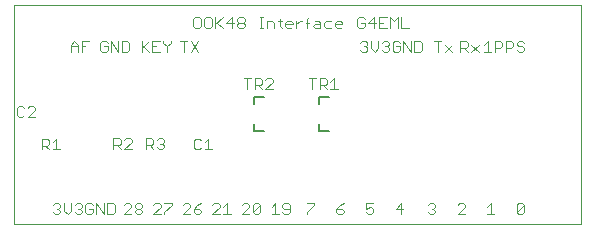
<source format=gto>
G75*
%MOIN*%
%OFA0B0*%
%FSLAX25Y25*%
%IPPOS*%
%LPD*%
%AMOC8*
5,1,8,0,0,1.08239X$1,22.5*
%
%ADD10C,0.00000*%
%ADD11C,0.00300*%
%ADD12C,0.00600*%
D10*
X0001610Y0001000D02*
X0190586Y0001000D01*
X0190586Y0073835D01*
X0001610Y0073835D01*
X0001610Y0001000D01*
D11*
X0014555Y0004709D02*
X0015162Y0004103D01*
X0016375Y0004103D01*
X0016982Y0004709D01*
X0016982Y0005316D01*
X0016375Y0005923D01*
X0015768Y0005923D01*
X0016375Y0005923D02*
X0016982Y0006529D01*
X0016982Y0007136D01*
X0016375Y0007743D01*
X0015162Y0007743D01*
X0014555Y0007136D01*
X0018180Y0007743D02*
X0018180Y0005316D01*
X0019394Y0004103D01*
X0020607Y0005316D01*
X0020607Y0007743D01*
X0021805Y0007136D02*
X0022412Y0007743D01*
X0023625Y0007743D01*
X0024232Y0007136D01*
X0024232Y0006529D01*
X0023625Y0005923D01*
X0024232Y0005316D01*
X0024232Y0004709D01*
X0023625Y0004103D01*
X0022412Y0004103D01*
X0021805Y0004709D01*
X0023019Y0005923D02*
X0023625Y0005923D01*
X0025382Y0007136D02*
X0025382Y0004709D01*
X0025989Y0004103D01*
X0027202Y0004103D01*
X0027809Y0004709D01*
X0027809Y0005923D01*
X0026595Y0005923D01*
X0025382Y0007136D02*
X0025989Y0007743D01*
X0027202Y0007743D01*
X0027809Y0007136D01*
X0029007Y0007743D02*
X0031434Y0004103D01*
X0031434Y0007743D01*
X0032632Y0007743D02*
X0034452Y0007743D01*
X0035059Y0007136D01*
X0035059Y0004709D01*
X0034452Y0004103D01*
X0032632Y0004103D01*
X0032632Y0007743D01*
X0029007Y0007743D02*
X0029007Y0004103D01*
X0038177Y0004103D02*
X0040604Y0006529D01*
X0040604Y0007136D01*
X0039997Y0007743D01*
X0038784Y0007743D01*
X0038177Y0007136D01*
X0041802Y0007136D02*
X0041802Y0006529D01*
X0042409Y0005923D01*
X0043622Y0005923D01*
X0044229Y0005316D01*
X0044229Y0004709D01*
X0043622Y0004103D01*
X0042409Y0004103D01*
X0041802Y0004709D01*
X0041802Y0005316D01*
X0042409Y0005923D01*
X0043622Y0005923D02*
X0044229Y0006529D01*
X0044229Y0007136D01*
X0043622Y0007743D01*
X0042409Y0007743D01*
X0041802Y0007136D01*
X0040604Y0004103D02*
X0038177Y0004103D01*
X0048020Y0004103D02*
X0050446Y0006529D01*
X0050446Y0007136D01*
X0049840Y0007743D01*
X0048626Y0007743D01*
X0048020Y0007136D01*
X0051645Y0007743D02*
X0054072Y0007743D01*
X0054072Y0007136D01*
X0051645Y0004709D01*
X0051645Y0004103D01*
X0050446Y0004103D02*
X0048020Y0004103D01*
X0057862Y0004103D02*
X0060289Y0006529D01*
X0060289Y0007136D01*
X0059682Y0007743D01*
X0058469Y0007743D01*
X0057862Y0007136D01*
X0061487Y0005923D02*
X0063307Y0005923D01*
X0063914Y0005316D01*
X0063914Y0004709D01*
X0063307Y0004103D01*
X0062094Y0004103D01*
X0061487Y0004709D01*
X0061487Y0005923D01*
X0062701Y0007136D01*
X0063914Y0007743D01*
X0067705Y0007136D02*
X0068311Y0007743D01*
X0069525Y0007743D01*
X0070131Y0007136D01*
X0070131Y0006529D01*
X0067705Y0004103D01*
X0070131Y0004103D01*
X0071330Y0004103D02*
X0073757Y0004103D01*
X0072543Y0004103D02*
X0072543Y0007743D01*
X0071330Y0006529D01*
X0077547Y0007136D02*
X0078154Y0007743D01*
X0079367Y0007743D01*
X0079974Y0007136D01*
X0079974Y0006529D01*
X0077547Y0004103D01*
X0079974Y0004103D01*
X0081172Y0004709D02*
X0083599Y0007136D01*
X0083599Y0004709D01*
X0082992Y0004103D01*
X0081779Y0004103D01*
X0081172Y0004709D01*
X0081172Y0007136D01*
X0081779Y0007743D01*
X0082992Y0007743D01*
X0083599Y0007136D01*
X0087390Y0006529D02*
X0088603Y0007743D01*
X0088603Y0004103D01*
X0087390Y0004103D02*
X0089817Y0004103D01*
X0091015Y0004709D02*
X0091622Y0004103D01*
X0092835Y0004103D01*
X0093442Y0004709D01*
X0093442Y0007136D01*
X0092835Y0007743D01*
X0091622Y0007743D01*
X0091015Y0007136D01*
X0091015Y0006529D01*
X0091622Y0005923D01*
X0093442Y0005923D01*
X0099201Y0004709D02*
X0099201Y0004103D01*
X0099201Y0004709D02*
X0101628Y0007136D01*
X0101628Y0007743D01*
X0099201Y0007743D01*
X0109043Y0005923D02*
X0109043Y0004709D01*
X0109650Y0004103D01*
X0110863Y0004103D01*
X0111470Y0004709D01*
X0111470Y0005316D01*
X0110863Y0005923D01*
X0109043Y0005923D01*
X0110257Y0007136D01*
X0111470Y0007743D01*
X0118886Y0007743D02*
X0118886Y0005923D01*
X0120099Y0006529D01*
X0120706Y0006529D01*
X0121313Y0005923D01*
X0121313Y0004709D01*
X0120706Y0004103D01*
X0119493Y0004103D01*
X0118886Y0004709D01*
X0118886Y0007743D02*
X0121313Y0007743D01*
X0128728Y0005923D02*
X0131155Y0005923D01*
X0130548Y0007743D02*
X0128728Y0005923D01*
X0130548Y0004103D02*
X0130548Y0007743D01*
X0139555Y0007136D02*
X0140162Y0007743D01*
X0141375Y0007743D01*
X0141982Y0007136D01*
X0141982Y0006529D01*
X0141375Y0005923D01*
X0141982Y0005316D01*
X0141982Y0004709D01*
X0141375Y0004103D01*
X0140162Y0004103D01*
X0139555Y0004709D01*
X0140768Y0005923D02*
X0141375Y0005923D01*
X0149398Y0007136D02*
X0150004Y0007743D01*
X0151218Y0007743D01*
X0151824Y0007136D01*
X0151824Y0006529D01*
X0149398Y0004103D01*
X0151824Y0004103D01*
X0159240Y0004103D02*
X0161667Y0004103D01*
X0160454Y0004103D02*
X0160454Y0007743D01*
X0159240Y0006529D01*
X0169083Y0007136D02*
X0169083Y0004709D01*
X0171509Y0007136D01*
X0171509Y0004709D01*
X0170903Y0004103D01*
X0169689Y0004103D01*
X0169083Y0004709D01*
X0169083Y0007136D02*
X0169689Y0007743D01*
X0170903Y0007743D01*
X0171509Y0007136D01*
X0109439Y0045815D02*
X0107013Y0045815D01*
X0105814Y0045815D02*
X0104601Y0047029D01*
X0105208Y0047029D02*
X0103388Y0047029D01*
X0103388Y0045815D02*
X0103388Y0049455D01*
X0105208Y0049455D01*
X0105814Y0048849D01*
X0105814Y0047635D01*
X0105208Y0047029D01*
X0107013Y0048242D02*
X0108226Y0049455D01*
X0108226Y0045815D01*
X0100976Y0045815D02*
X0100976Y0049455D01*
X0102189Y0049455D02*
X0099762Y0049455D01*
X0087786Y0048849D02*
X0087786Y0048242D01*
X0085359Y0045815D01*
X0087786Y0045815D01*
X0084161Y0045815D02*
X0082947Y0047029D01*
X0083554Y0047029D02*
X0081734Y0047029D01*
X0081734Y0045815D02*
X0081734Y0049455D01*
X0083554Y0049455D01*
X0084161Y0048849D01*
X0084161Y0047635D01*
X0083554Y0047029D01*
X0079322Y0045815D02*
X0079322Y0049455D01*
X0078109Y0049455D02*
X0080536Y0049455D01*
X0085359Y0048849D02*
X0085966Y0049455D01*
X0087179Y0049455D01*
X0087786Y0048849D01*
X0062930Y0058237D02*
X0060503Y0061877D01*
X0059305Y0061877D02*
X0056878Y0061877D01*
X0058091Y0061877D02*
X0058091Y0058237D01*
X0060503Y0058237D02*
X0062930Y0061877D01*
X0053760Y0061877D02*
X0053760Y0061270D01*
X0052546Y0060057D01*
X0052546Y0058237D01*
X0050135Y0058237D02*
X0047708Y0058237D01*
X0047708Y0061877D01*
X0050135Y0061877D01*
X0051333Y0061877D02*
X0051333Y0061270D01*
X0052546Y0060057D01*
X0048921Y0060057D02*
X0047708Y0060057D01*
X0046509Y0061877D02*
X0044083Y0059450D01*
X0044689Y0060057D02*
X0046509Y0058237D01*
X0044083Y0058237D02*
X0044083Y0061877D01*
X0039980Y0061270D02*
X0039373Y0061877D01*
X0037553Y0061877D01*
X0037553Y0058237D01*
X0039373Y0058237D01*
X0039980Y0058843D01*
X0039980Y0061270D01*
X0036355Y0061877D02*
X0036355Y0058237D01*
X0033928Y0061877D01*
X0033928Y0058237D01*
X0032730Y0058843D02*
X0032730Y0060057D01*
X0031517Y0060057D01*
X0032730Y0061270D02*
X0032123Y0061877D01*
X0030910Y0061877D01*
X0030303Y0061270D01*
X0030303Y0058843D01*
X0030910Y0058237D01*
X0032123Y0058237D01*
X0032730Y0058843D01*
X0026513Y0061877D02*
X0024086Y0061877D01*
X0024086Y0058237D01*
X0022887Y0058237D02*
X0022887Y0060663D01*
X0021674Y0061877D01*
X0020461Y0060663D01*
X0020461Y0058237D01*
X0020461Y0060057D02*
X0022887Y0060057D01*
X0024086Y0060057D02*
X0025299Y0060057D01*
X0061307Y0066728D02*
X0061924Y0066111D01*
X0063159Y0066111D01*
X0063776Y0066728D01*
X0063776Y0069197D01*
X0063159Y0069814D01*
X0061924Y0069814D01*
X0061307Y0069197D01*
X0061307Y0066728D01*
X0064990Y0066728D02*
X0065607Y0066111D01*
X0066842Y0066111D01*
X0067459Y0066728D01*
X0067459Y0069197D01*
X0066842Y0069814D01*
X0065607Y0069814D01*
X0064990Y0069197D01*
X0064990Y0066728D01*
X0068673Y0067345D02*
X0071142Y0069814D01*
X0072357Y0067962D02*
X0074208Y0069814D01*
X0074208Y0066111D01*
X0076040Y0066728D02*
X0076040Y0067345D01*
X0076657Y0067962D01*
X0077891Y0067962D01*
X0078508Y0067345D01*
X0078508Y0066728D01*
X0077891Y0066111D01*
X0076657Y0066111D01*
X0076040Y0066728D01*
X0076657Y0067962D02*
X0076040Y0068579D01*
X0076040Y0069197D01*
X0076657Y0069814D01*
X0077891Y0069814D01*
X0078508Y0069197D01*
X0078508Y0068579D01*
X0077891Y0067962D01*
X0074825Y0067962D02*
X0072357Y0067962D01*
X0071142Y0066111D02*
X0069291Y0067962D01*
X0068673Y0066111D02*
X0068673Y0069814D01*
X0083406Y0069814D02*
X0084640Y0069814D01*
X0084023Y0069814D02*
X0084023Y0066111D01*
X0083406Y0066111D02*
X0084640Y0066111D01*
X0085861Y0066111D02*
X0085861Y0068579D01*
X0087713Y0068579D01*
X0088330Y0067962D01*
X0088330Y0066111D01*
X0090162Y0066728D02*
X0090779Y0066111D01*
X0090162Y0066728D02*
X0090162Y0069197D01*
X0089545Y0068579D02*
X0090779Y0068579D01*
X0092000Y0067962D02*
X0092617Y0068579D01*
X0093852Y0068579D01*
X0094469Y0067962D01*
X0094469Y0067345D01*
X0092000Y0067345D01*
X0092000Y0066728D02*
X0092000Y0067962D01*
X0092000Y0066728D02*
X0092617Y0066111D01*
X0093852Y0066111D01*
X0095683Y0066111D02*
X0095683Y0068579D01*
X0095683Y0067345D02*
X0096917Y0068579D01*
X0097535Y0068579D01*
X0098752Y0067962D02*
X0099987Y0067962D01*
X0101208Y0066728D02*
X0101825Y0067345D01*
X0103677Y0067345D01*
X0103677Y0067962D02*
X0103677Y0066111D01*
X0101825Y0066111D01*
X0101208Y0066728D01*
X0099370Y0066111D02*
X0099370Y0069197D01*
X0099987Y0069814D01*
X0101825Y0068579D02*
X0103059Y0068579D01*
X0103677Y0067962D01*
X0104891Y0067962D02*
X0104891Y0066728D01*
X0105508Y0066111D01*
X0107360Y0066111D01*
X0108574Y0066728D02*
X0109191Y0066111D01*
X0110426Y0066111D01*
X0111043Y0067345D02*
X0108574Y0067345D01*
X0108574Y0066728D02*
X0108574Y0067962D01*
X0109191Y0068579D01*
X0110426Y0068579D01*
X0111043Y0067962D01*
X0111043Y0067345D01*
X0107360Y0068579D02*
X0105508Y0068579D01*
X0104891Y0067962D01*
X0115940Y0066728D02*
X0116558Y0066111D01*
X0117792Y0066111D01*
X0118409Y0066728D01*
X0118409Y0067962D01*
X0117175Y0067962D01*
X0115940Y0066728D02*
X0115940Y0069197D01*
X0116558Y0069814D01*
X0117792Y0069814D01*
X0118409Y0069197D01*
X0119624Y0067962D02*
X0122092Y0067962D01*
X0123307Y0067962D02*
X0124541Y0067962D01*
X0126990Y0069814D02*
X0128224Y0068579D01*
X0129459Y0069814D01*
X0129459Y0066111D01*
X0130673Y0066111D02*
X0133142Y0066111D01*
X0130673Y0066111D02*
X0130673Y0069814D01*
X0126990Y0069814D02*
X0126990Y0066111D01*
X0125775Y0066111D02*
X0123307Y0066111D01*
X0123307Y0069814D01*
X0125775Y0069814D01*
X0121475Y0069814D02*
X0119624Y0067962D01*
X0121475Y0066111D02*
X0121475Y0069814D01*
X0120542Y0061877D02*
X0120542Y0059450D01*
X0121756Y0058237D01*
X0122969Y0059450D01*
X0122969Y0061877D01*
X0124168Y0061270D02*
X0124774Y0061877D01*
X0125988Y0061877D01*
X0126594Y0061270D01*
X0126594Y0060663D01*
X0125988Y0060057D01*
X0126594Y0059450D01*
X0126594Y0058843D01*
X0125988Y0058237D01*
X0124774Y0058237D01*
X0124168Y0058843D01*
X0125381Y0060057D02*
X0125988Y0060057D01*
X0127744Y0061270D02*
X0127744Y0058843D01*
X0128351Y0058237D01*
X0129564Y0058237D01*
X0130171Y0058843D01*
X0130171Y0060057D01*
X0128957Y0060057D01*
X0127744Y0061270D02*
X0128351Y0061877D01*
X0129564Y0061877D01*
X0130171Y0061270D01*
X0131369Y0061877D02*
X0133796Y0058237D01*
X0133796Y0061877D01*
X0134994Y0061877D02*
X0136814Y0061877D01*
X0137421Y0061270D01*
X0137421Y0058843D01*
X0136814Y0058237D01*
X0134994Y0058237D01*
X0134994Y0061877D01*
X0131369Y0061877D02*
X0131369Y0058237D01*
X0141524Y0061877D02*
X0143950Y0061877D01*
X0142737Y0061877D02*
X0142737Y0058237D01*
X0145149Y0058237D02*
X0147576Y0060663D01*
X0150382Y0061877D02*
X0152202Y0061877D01*
X0152809Y0061270D01*
X0152809Y0060057D01*
X0152202Y0059450D01*
X0150382Y0059450D01*
X0151595Y0059450D02*
X0152809Y0058237D01*
X0154007Y0058237D02*
X0156434Y0060663D01*
X0158256Y0060663D02*
X0159469Y0061877D01*
X0159469Y0058237D01*
X0158256Y0058237D02*
X0160683Y0058237D01*
X0161881Y0058237D02*
X0161881Y0061877D01*
X0163701Y0061877D01*
X0164308Y0061270D01*
X0164308Y0060057D01*
X0163701Y0059450D01*
X0161881Y0059450D01*
X0165506Y0059450D02*
X0167326Y0059450D01*
X0167933Y0060057D01*
X0167933Y0061270D01*
X0167326Y0061877D01*
X0165506Y0061877D01*
X0165506Y0058237D01*
X0169131Y0058843D02*
X0169738Y0058237D01*
X0170951Y0058237D01*
X0171558Y0058843D01*
X0171558Y0059450D01*
X0170951Y0060057D01*
X0169738Y0060057D01*
X0169131Y0060663D01*
X0169131Y0061270D01*
X0169738Y0061877D01*
X0170951Y0061877D01*
X0171558Y0061270D01*
X0156434Y0058237D02*
X0154007Y0060663D01*
X0150382Y0061877D02*
X0150382Y0058237D01*
X0147576Y0058237D02*
X0145149Y0060663D01*
X0119344Y0060663D02*
X0118737Y0060057D01*
X0119344Y0059450D01*
X0119344Y0058843D01*
X0118737Y0058237D01*
X0117524Y0058237D01*
X0116917Y0058843D01*
X0118131Y0060057D02*
X0118737Y0060057D01*
X0119344Y0060663D02*
X0119344Y0061270D01*
X0118737Y0061877D01*
X0117524Y0061877D01*
X0116917Y0061270D01*
X0066356Y0029318D02*
X0066356Y0025678D01*
X0065143Y0025678D02*
X0067569Y0025678D01*
X0063944Y0026284D02*
X0063337Y0025678D01*
X0062124Y0025678D01*
X0061517Y0026284D01*
X0061517Y0028711D01*
X0062124Y0029318D01*
X0063337Y0029318D01*
X0063944Y0028711D01*
X0065143Y0028104D02*
X0066356Y0029318D01*
X0051572Y0028868D02*
X0051572Y0028262D01*
X0050965Y0027655D01*
X0051572Y0027048D01*
X0051572Y0026442D01*
X0050965Y0025835D01*
X0049752Y0025835D01*
X0049145Y0026442D01*
X0047946Y0025835D02*
X0046733Y0027048D01*
X0047340Y0027048D02*
X0045520Y0027048D01*
X0047340Y0027048D02*
X0047946Y0027655D01*
X0047946Y0028868D01*
X0047340Y0029475D01*
X0045520Y0029475D01*
X0045520Y0025835D01*
X0040745Y0025835D02*
X0038318Y0025835D01*
X0040745Y0028262D01*
X0040745Y0028868D01*
X0040138Y0029475D01*
X0038925Y0029475D01*
X0038318Y0028868D01*
X0037120Y0028868D02*
X0036513Y0029475D01*
X0034693Y0029475D01*
X0034693Y0025835D01*
X0035906Y0027048D02*
X0037120Y0025835D01*
X0036513Y0027048D02*
X0034693Y0027048D01*
X0036513Y0027048D02*
X0037120Y0027655D01*
X0037120Y0028868D01*
X0049145Y0028868D02*
X0049752Y0029475D01*
X0050965Y0029475D01*
X0051572Y0028868D01*
X0050965Y0027655D02*
X0050358Y0027655D01*
X0016841Y0025678D02*
X0014414Y0025678D01*
X0013216Y0025678D02*
X0012002Y0026891D01*
X0012609Y0026891D02*
X0010789Y0026891D01*
X0010789Y0025678D02*
X0010789Y0029318D01*
X0012609Y0029318D01*
X0013216Y0028711D01*
X0013216Y0027498D01*
X0012609Y0026891D01*
X0014414Y0028104D02*
X0015628Y0029318D01*
X0015628Y0025678D01*
X0008514Y0036504D02*
X0006087Y0036504D01*
X0008514Y0038931D01*
X0008514Y0039538D01*
X0007908Y0040144D01*
X0006694Y0040144D01*
X0006087Y0039538D01*
X0004889Y0039538D02*
X0004282Y0040144D01*
X0003069Y0040144D01*
X0002462Y0039538D01*
X0002462Y0037111D01*
X0003069Y0036504D01*
X0004282Y0036504D01*
X0004889Y0037111D01*
X0057862Y0004103D02*
X0060289Y0004103D01*
D12*
X0081689Y0031819D02*
X0081689Y0034016D01*
X0081689Y0031819D02*
X0084885Y0031819D01*
X0103342Y0031819D02*
X0103342Y0034016D01*
X0103342Y0031819D02*
X0106539Y0031819D01*
X0103342Y0040819D02*
X0103342Y0043016D01*
X0106539Y0043016D01*
X0084885Y0043016D02*
X0081689Y0043016D01*
X0081689Y0040819D01*
M02*

</source>
